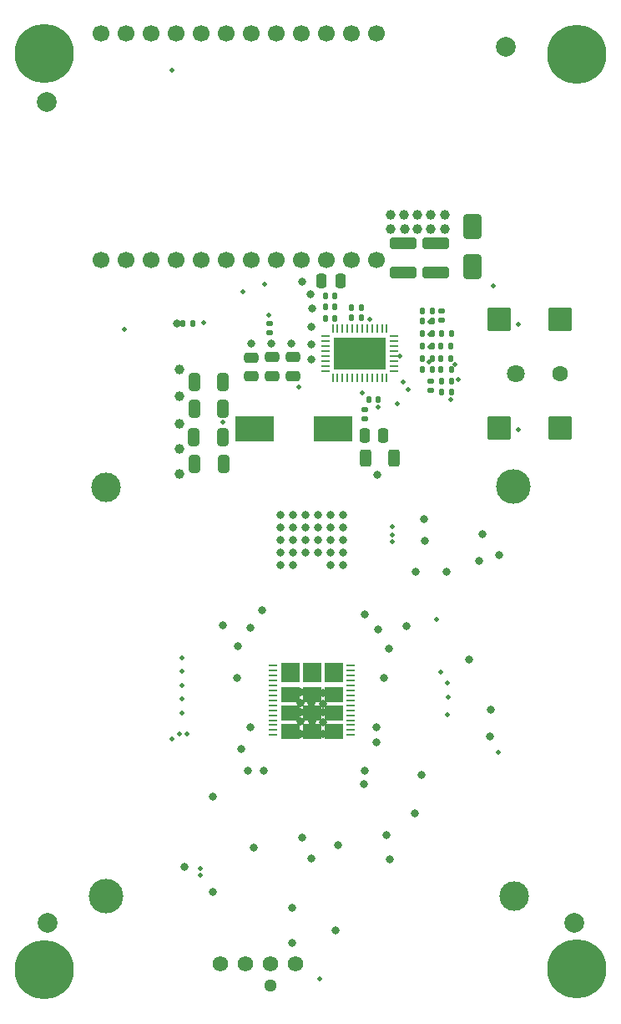
<source format=gbs>
G04 #@! TF.GenerationSoftware,KiCad,Pcbnew,8.0.4*
G04 #@! TF.CreationDate,2024-12-27T03:35:07+01:00*
G04 #@! TF.ProjectId,nerdaxe-gamma,6e657264-6178-4652-9d67-616d6d612e6b,rev?*
G04 #@! TF.SameCoordinates,Original*
G04 #@! TF.FileFunction,Soldermask,Bot*
G04 #@! TF.FilePolarity,Negative*
%FSLAX46Y46*%
G04 Gerber Fmt 4.6, Leading zero omitted, Abs format (unit mm)*
G04 Created by KiCad (PCBNEW 8.0.4) date 2024-12-27 03:35:07*
%MOMM*%
%LPD*%
G01*
G04 APERTURE LIST*
G04 Aperture macros list*
%AMRoundRect*
0 Rectangle with rounded corners*
0 $1 Rounding radius*
0 $2 $3 $4 $5 $6 $7 $8 $9 X,Y pos of 4 corners*
0 Add a 4 corners polygon primitive as box body*
4,1,4,$2,$3,$4,$5,$6,$7,$8,$9,$2,$3,0*
0 Add four circle primitives for the rounded corners*
1,1,$1+$1,$2,$3*
1,1,$1+$1,$4,$5*
1,1,$1+$1,$6,$7*
1,1,$1+$1,$8,$9*
0 Add four rect primitives between the rounded corners*
20,1,$1+$1,$2,$3,$4,$5,0*
20,1,$1+$1,$4,$5,$6,$7,0*
20,1,$1+$1,$6,$7,$8,$9,0*
20,1,$1+$1,$8,$9,$2,$3,0*%
G04 Aperture macros list end*
%ADD10C,0.120000*%
%ADD11C,1.700000*%
%ADD12RoundRect,0.250000X0.325000X0.650000X-0.325000X0.650000X-0.325000X-0.650000X0.325000X-0.650000X0*%
%ADD13RoundRect,0.250000X0.475000X-0.250000X0.475000X0.250000X-0.475000X0.250000X-0.475000X-0.250000X0*%
%ADD14RoundRect,0.140000X0.140000X0.170000X-0.140000X0.170000X-0.140000X-0.170000X0.140000X-0.170000X0*%
%ADD15C,3.000000*%
%ADD16RoundRect,0.250000X-0.312500X-0.625000X0.312500X-0.625000X0.312500X0.625000X-0.312500X0.625000X0*%
%ADD17RoundRect,0.140000X-0.170000X0.140000X-0.170000X-0.140000X0.170000X-0.140000X0.170000X0.140000X0*%
%ADD18RoundRect,0.135000X0.135000X0.185000X-0.135000X0.185000X-0.135000X-0.185000X0.135000X-0.185000X0*%
%ADD19RoundRect,0.135000X-0.135000X-0.185000X0.135000X-0.185000X0.135000X0.185000X-0.135000X0.185000X0*%
%ADD20RoundRect,0.250000X0.650000X-1.000000X0.650000X1.000000X-0.650000X1.000000X-0.650000X-1.000000X0*%
%ADD21RoundRect,0.250000X1.100000X-0.325000X1.100000X0.325000X-1.100000X0.325000X-1.100000X-0.325000X0*%
%ADD22C,0.800000*%
%ADD23C,6.000000*%
%ADD24RoundRect,0.140000X-0.140000X-0.170000X0.140000X-0.170000X0.140000X0.170000X-0.140000X0.170000X0*%
%ADD25C,3.500000*%
%ADD26RoundRect,0.140000X0.170000X-0.140000X0.170000X0.140000X-0.170000X0.140000X-0.170000X-0.140000X0*%
%ADD27R,4.000000X2.600000*%
%ADD28C,0.400000*%
%ADD29R,5.300000X3.300000*%
%ADD30RoundRect,0.062500X0.337500X-0.062500X0.337500X0.062500X-0.337500X0.062500X-0.337500X-0.062500X0*%
%ADD31RoundRect,0.062500X0.062500X-0.337500X0.062500X0.337500X-0.062500X0.337500X-0.062500X-0.337500X0*%
%ADD32RoundRect,0.250000X0.250000X0.475000X-0.250000X0.475000X-0.250000X-0.475000X0.250000X-0.475000X0*%
%ADD33C,1.295400*%
%ADD34C,1.574800*%
%ADD35C,2.000000*%
%ADD36RoundRect,0.055250X0.340750X0.055250X-0.340750X0.055250X-0.340750X-0.055250X0.340750X-0.055250X0*%
%ADD37RoundRect,0.240400X-0.961600X0.961600X-0.961600X-0.961600X0.961600X-0.961600X0.961600X0.961600X0*%
%ADD38C,1.800000*%
%ADD39C,1.600000*%
%ADD40C,0.500000*%
%ADD41C,1.000000*%
G04 APERTURE END LIST*
D10*
X104290562Y-115206000D02*
X102510562Y-115206000D01*
X102510562Y-116646000D01*
X104290562Y-116646000D01*
X104290562Y-115206000D01*
G36*
X104290562Y-115206000D02*
G01*
X102510562Y-115206000D01*
X102510562Y-116646000D01*
X104290562Y-116646000D01*
X104290562Y-115206000D01*
G37*
X104290562Y-118916000D02*
X102510562Y-118916000D01*
X102510562Y-120356000D01*
X104290562Y-120356000D01*
X104290562Y-118916000D01*
G36*
X104290562Y-118916000D02*
G01*
X102510562Y-118916000D01*
X102510562Y-120356000D01*
X104290562Y-120356000D01*
X104290562Y-118916000D01*
G37*
X104300562Y-112726000D02*
X102520562Y-112726000D01*
X102520562Y-114596000D01*
X104300562Y-114596000D01*
X104300562Y-112726000D01*
G36*
X104300562Y-112726000D02*
G01*
X102520562Y-112726000D01*
X102520562Y-114596000D01*
X104300562Y-114596000D01*
X104300562Y-112726000D01*
G37*
X104300562Y-117046000D02*
X102520562Y-117046000D01*
X102520562Y-118486000D01*
X104300562Y-118486000D01*
X104300562Y-117046000D01*
G36*
X104300562Y-117046000D02*
G01*
X102520562Y-117046000D01*
X102520562Y-118486000D01*
X104300562Y-118486000D01*
X104300562Y-117046000D01*
G37*
X106500562Y-115206000D02*
X104720562Y-115206000D01*
X104720562Y-116646000D01*
X106500562Y-116646000D01*
X106500562Y-115206000D01*
G36*
X106500562Y-115206000D02*
G01*
X104720562Y-115206000D01*
X104720562Y-116646000D01*
X106500562Y-116646000D01*
X106500562Y-115206000D01*
G37*
X106500562Y-118916000D02*
X104720562Y-118916000D01*
X104720562Y-120356000D01*
X106500562Y-120356000D01*
X106500562Y-118916000D01*
G36*
X106500562Y-118916000D02*
G01*
X104720562Y-118916000D01*
X104720562Y-120356000D01*
X106500562Y-120356000D01*
X106500562Y-118916000D01*
G37*
X106510562Y-112736000D02*
X104730562Y-112736000D01*
X104730562Y-114606000D01*
X106510562Y-114606000D01*
X106510562Y-112736000D01*
G36*
X106510562Y-112736000D02*
G01*
X104730562Y-112736000D01*
X104730562Y-114606000D01*
X106510562Y-114606000D01*
X106510562Y-112736000D01*
G37*
X106510562Y-117046000D02*
X104730562Y-117046000D01*
X104730562Y-118486000D01*
X106510562Y-118486000D01*
X106510562Y-117046000D01*
G36*
X106510562Y-117046000D02*
G01*
X104730562Y-117046000D01*
X104730562Y-118486000D01*
X106510562Y-118486000D01*
X106510562Y-117046000D01*
G37*
X108710562Y-112746000D02*
X106930562Y-112746000D01*
X106930562Y-114626000D01*
X108710562Y-114626000D01*
X108710562Y-112746000D01*
G36*
X108710562Y-112746000D02*
G01*
X106930562Y-112746000D01*
X106930562Y-114626000D01*
X108710562Y-114626000D01*
X108710562Y-112746000D01*
G37*
X108710562Y-115216000D02*
X106930562Y-115216000D01*
X106930562Y-116656000D01*
X108710562Y-116656000D01*
X108710562Y-115216000D01*
G36*
X108710562Y-115216000D02*
G01*
X106930562Y-115216000D01*
X106930562Y-116656000D01*
X108710562Y-116656000D01*
X108710562Y-115216000D01*
G37*
X108710562Y-118926000D02*
X106930562Y-118926000D01*
X106930562Y-120366000D01*
X108710562Y-120366000D01*
X108710562Y-118926000D01*
G36*
X108710562Y-118926000D02*
G01*
X106930562Y-118926000D01*
X106930562Y-120366000D01*
X108710562Y-120366000D01*
X108710562Y-118926000D01*
G37*
X108720562Y-117056000D02*
X106940562Y-117056000D01*
X106940562Y-118496000D01*
X108720562Y-118496000D01*
X108720562Y-117056000D01*
G36*
X108720562Y-117056000D02*
G01*
X106940562Y-117056000D01*
X106940562Y-118496000D01*
X108720562Y-118496000D01*
X108720562Y-117056000D01*
G37*
D11*
X84250000Y-49022000D03*
X86790000Y-49022000D03*
X89330000Y-49022000D03*
X91870000Y-49022000D03*
X94410000Y-49022000D03*
X96950000Y-49022000D03*
X99490000Y-49022000D03*
X102030000Y-49022000D03*
X104570000Y-49022000D03*
X107110000Y-49022000D03*
X109650000Y-49022000D03*
X112190000Y-49022000D03*
X112190000Y-71942000D03*
X109650000Y-71942000D03*
X107110000Y-71942000D03*
X104570000Y-71942000D03*
X102030000Y-71942000D03*
X99490000Y-71942000D03*
X96950000Y-71942000D03*
X94410000Y-71942000D03*
X91870000Y-71942000D03*
X89330000Y-71942000D03*
X86790000Y-71942000D03*
X84250000Y-71942000D03*
D12*
X93685000Y-84328000D03*
X96635000Y-84328000D03*
D13*
X103710000Y-81787000D03*
X103710000Y-83687000D03*
D14*
X107980000Y-76708000D03*
X107020000Y-76708000D03*
D15*
X84764000Y-94984000D03*
D16*
X113982500Y-92037000D03*
X111057500Y-92037000D03*
D17*
X117718000Y-85189000D03*
X117718000Y-84229000D03*
D13*
X99490000Y-81807000D03*
X99490000Y-83707000D03*
D18*
X119763000Y-83058000D03*
X118743000Y-83058000D03*
D19*
X117866000Y-77089000D03*
X116846000Y-77089000D03*
X109680000Y-76757000D03*
X110700000Y-76757000D03*
D12*
X93648000Y-89916000D03*
X96598000Y-89916000D03*
D20*
X121920000Y-68580000D03*
X121920000Y-72580000D03*
D15*
X126130000Y-136350000D03*
D13*
X101590000Y-81787000D03*
X101590000Y-83687000D03*
D17*
X101320000Y-79347000D03*
X101320000Y-78387000D03*
D18*
X119771000Y-79375000D03*
X118751000Y-79375000D03*
D21*
X114935000Y-70248000D03*
X114935000Y-73198000D03*
D14*
X107020000Y-77827000D03*
X107980000Y-77827000D03*
D22*
X130250000Y-51120990D03*
X130909010Y-49530000D03*
X130909010Y-52711980D03*
X132500000Y-48870990D03*
D23*
X132500000Y-51120990D03*
D22*
X132500000Y-53370990D03*
X134090990Y-49530000D03*
X134090990Y-52711980D03*
X134750000Y-51120990D03*
D19*
X117848000Y-81915000D03*
X116828000Y-81915000D03*
D17*
X110970000Y-88067000D03*
X110970000Y-87107000D03*
D24*
X117828000Y-78105000D03*
X116868000Y-78105000D03*
D18*
X116838000Y-83058000D03*
X117858000Y-83058000D03*
D19*
X116838000Y-79375000D03*
X117858000Y-79375000D03*
D22*
X130250000Y-143728000D03*
X130909010Y-142137010D03*
X130909010Y-145318990D03*
X132500000Y-141478000D03*
D23*
X132500000Y-143728000D03*
D22*
X132500000Y-145978000D03*
X134090990Y-142137010D03*
X134090990Y-145318990D03*
X134750000Y-143728000D03*
D19*
X110690000Y-77817000D03*
X109670000Y-77817000D03*
D12*
X93685000Y-86995000D03*
X96635000Y-86995000D03*
D18*
X118738000Y-80645000D03*
X119758000Y-80645000D03*
D14*
X107960000Y-75565000D03*
X107000000Y-75565000D03*
D22*
X80750000Y-143855000D03*
X80090990Y-145445990D03*
X80090990Y-142264010D03*
X78500000Y-146105000D03*
D23*
X78500000Y-143855000D03*
D22*
X78500000Y-141605000D03*
X76909010Y-145445990D03*
X76909010Y-142264010D03*
X76250000Y-143855000D03*
D19*
X119768000Y-85344000D03*
X118748000Y-85344000D03*
D25*
X84710000Y-136360000D03*
D26*
X118753000Y-78077000D03*
X118753000Y-77117000D03*
D27*
X99825000Y-89082000D03*
X107775000Y-89082000D03*
D12*
X93705000Y-92583000D03*
X96655000Y-92583000D03*
D22*
X76250000Y-51054000D03*
X76909010Y-49463010D03*
X76909010Y-52644990D03*
X78500000Y-48804000D03*
D23*
X78500000Y-51054000D03*
D22*
X78500000Y-53304000D03*
X80090990Y-49463010D03*
X80090990Y-52644990D03*
X80750000Y-51054000D03*
D24*
X112380000Y-86047000D03*
X111420000Y-86047000D03*
D25*
X126060000Y-94910000D03*
D18*
X93590000Y-78337000D03*
X92570000Y-78337000D03*
D28*
X109090000Y-80137000D03*
X110490000Y-80137000D03*
X111890000Y-80137000D03*
X108090000Y-81417000D03*
X109090000Y-81417000D03*
D29*
X110490000Y-81417000D03*
D28*
X110490000Y-81417000D03*
X111890000Y-81417000D03*
X112890000Y-81417000D03*
X109090000Y-82697000D03*
X110490000Y-82697000D03*
X111890000Y-82697000D03*
D30*
X113990000Y-83167000D03*
X113990000Y-82667000D03*
X113990000Y-82167000D03*
X113990000Y-81667000D03*
X113990000Y-81167000D03*
X113990000Y-80667000D03*
X113990000Y-80167000D03*
X113990000Y-79667000D03*
D31*
X113240000Y-78917000D03*
X112740000Y-78917000D03*
X112240000Y-78917000D03*
X111740000Y-78917000D03*
X111240000Y-78917000D03*
X110740000Y-78917000D03*
X110240000Y-78917000D03*
X109740000Y-78917000D03*
X109240000Y-78917000D03*
X108740000Y-78917000D03*
X108240000Y-78917000D03*
X107740000Y-78917000D03*
D30*
X106990000Y-79667000D03*
X106990000Y-80167000D03*
X106990000Y-80667000D03*
X106990000Y-81167000D03*
X106990000Y-81667000D03*
X106990000Y-82167000D03*
X106990000Y-82667000D03*
X106990000Y-83167000D03*
D31*
X107740000Y-83917000D03*
X108240000Y-83917000D03*
X108740000Y-83917000D03*
X109240000Y-83917000D03*
X109740000Y-83917000D03*
X110240000Y-83917000D03*
X110740000Y-83917000D03*
X111240000Y-83917000D03*
X111740000Y-83917000D03*
X112240000Y-83917000D03*
X112740000Y-83917000D03*
X113240000Y-83917000D03*
D21*
X118237000Y-73198000D03*
X118237000Y-70248000D03*
D18*
X118738000Y-81915000D03*
X119758000Y-81915000D03*
D32*
X110980000Y-89687000D03*
X112880000Y-89687000D03*
D18*
X118748000Y-84201000D03*
X119768000Y-84201000D03*
D32*
X108519000Y-74041000D03*
X106619000Y-74041000D03*
D33*
X101462400Y-145400852D03*
D34*
X96382400Y-143240851D03*
X98922400Y-143240851D03*
X101462400Y-143240851D03*
X104002400Y-143240851D03*
D35*
X132260000Y-139060000D03*
D36*
X109526562Y-113032000D03*
X109526562Y-113534000D03*
X109526562Y-114036000D03*
X109526562Y-114538000D03*
X109526562Y-115040000D03*
X109526562Y-115542000D03*
X109526562Y-116044000D03*
X109526562Y-116546000D03*
X109526562Y-117048000D03*
X109526562Y-117550000D03*
X109526562Y-118052000D03*
X109526562Y-118554000D03*
X109526562Y-119056000D03*
X109526562Y-119558000D03*
X109526562Y-120060000D03*
X101694562Y-120060000D03*
X101694562Y-119558000D03*
X101694562Y-119056000D03*
X101694562Y-118554000D03*
X101694562Y-118052000D03*
X101694562Y-117550000D03*
X101694562Y-117048000D03*
X101694562Y-116546000D03*
X101694562Y-116044000D03*
X101694562Y-115542000D03*
X101694562Y-115040000D03*
X101694562Y-114538000D03*
X101694562Y-114036000D03*
X101694562Y-113534000D03*
X101694562Y-113032000D03*
D35*
X78850000Y-139070000D03*
D37*
X124610000Y-88939000D03*
X130810000Y-88939000D03*
X124610000Y-77939000D03*
X130810000Y-77939000D03*
D38*
X126310000Y-83439000D03*
D39*
X130810000Y-83439000D03*
D35*
X125270000Y-50310000D03*
X78750000Y-55900000D03*
D19*
X117848000Y-80645000D03*
X116828000Y-80645000D03*
D40*
X117602000Y-78232000D03*
X117602000Y-79502000D03*
X117602000Y-80772000D03*
X106426000Y-144780000D03*
X91440000Y-52705000D03*
X98679000Y-75184000D03*
X100838000Y-74422000D03*
X86614000Y-78994000D03*
X114935000Y-84328000D03*
X115443000Y-85090000D03*
X96635000Y-88380000D03*
X119761000Y-86106000D03*
X126619000Y-89154000D03*
X126619000Y-78486000D03*
X120523000Y-84074000D03*
X120142000Y-82550000D03*
X124079000Y-74549000D03*
D22*
X105664000Y-76835000D03*
D40*
X117483000Y-82296000D03*
D22*
X105610000Y-116830000D03*
X112180000Y-119260000D03*
X113580000Y-132650000D03*
X98050000Y-114260000D03*
X104490000Y-118700000D03*
D41*
X119126000Y-68802000D03*
D22*
X112180000Y-120800000D03*
X106740000Y-119930000D03*
D41*
X113665000Y-68802000D03*
D22*
X106740000Y-118720000D03*
X104640000Y-130470000D03*
X105540000Y-132550000D03*
D41*
X115005332Y-67405000D03*
D22*
X116770000Y-124080000D03*
X106740000Y-117780000D03*
X104490000Y-117760000D03*
X105630000Y-118700000D03*
D41*
X92202000Y-88519000D03*
D22*
X115260000Y-109040000D03*
X123750000Y-117530000D03*
D41*
X92202000Y-93599000D03*
D22*
X106740000Y-116860000D03*
X105620000Y-82057000D03*
X103604000Y-137538000D03*
X116050000Y-128010000D03*
D41*
X92202000Y-91059000D03*
D22*
X104490000Y-119910000D03*
D41*
X117729000Y-68802000D03*
D22*
X112980000Y-114270000D03*
X105537000Y-75438000D03*
X112280000Y-93737000D03*
X117090000Y-100360000D03*
D41*
X117729000Y-67405000D03*
D22*
X121580000Y-112400000D03*
D41*
X92210000Y-83058000D03*
X113665000Y-67405000D03*
D22*
X122640000Y-102460000D03*
X103604000Y-141088000D03*
X113180000Y-130220000D03*
X119280000Y-103505000D03*
X99370000Y-119240000D03*
D41*
X116372000Y-68805000D03*
X119126000Y-67405000D03*
D22*
X123710000Y-120230000D03*
X96600000Y-108920000D03*
X104490000Y-115746000D03*
X103580000Y-80447000D03*
X105610000Y-80457000D03*
X104648000Y-74168000D03*
X98440000Y-121490000D03*
X92680000Y-133370000D03*
X104490000Y-116840000D03*
X99510000Y-80427000D03*
D41*
X115045332Y-68805000D03*
X92202000Y-85725000D03*
D22*
X106740000Y-115766000D03*
X116990000Y-98200000D03*
D41*
X116332000Y-67405000D03*
D22*
X101500000Y-80427000D03*
X105610000Y-78747000D03*
X107569000Y-99060000D03*
X102489000Y-97790000D03*
X105029000Y-101600000D03*
X102489000Y-100330000D03*
X108839000Y-101600000D03*
X106299000Y-100330000D03*
X106299000Y-99060000D03*
X103759000Y-97790000D03*
X103759000Y-100330000D03*
D40*
X104290000Y-84847000D03*
D22*
X102489000Y-101600000D03*
X103759000Y-102870000D03*
X105029000Y-100330000D03*
X108839000Y-100330000D03*
X102489000Y-99060000D03*
X107569000Y-101600000D03*
X106299000Y-101600000D03*
X107569000Y-102870000D03*
X108839000Y-99060000D03*
X107569000Y-100330000D03*
X105029000Y-97790000D03*
X108839000Y-97790000D03*
X107569000Y-97790000D03*
X103759000Y-101600000D03*
X108839000Y-102870000D03*
X105029000Y-99060000D03*
X102489000Y-102870000D03*
X103759000Y-99060000D03*
X106299000Y-97790000D03*
X108290000Y-131179000D03*
X99710000Y-131420000D03*
X108077000Y-139836400D03*
X91910000Y-78347000D03*
X95550000Y-135970000D03*
X122930000Y-99700000D03*
X95560000Y-126330000D03*
D40*
X94317599Y-134229617D03*
X112380000Y-86807000D03*
X111500000Y-77937000D03*
X101250000Y-77567000D03*
X114300000Y-86487000D03*
X94660000Y-78317000D03*
X94340000Y-133580000D03*
D22*
X100770000Y-123700000D03*
X99180000Y-123710000D03*
D40*
X119430000Y-116250000D03*
X119420000Y-118020000D03*
X124540000Y-121820000D03*
X92180000Y-119960000D03*
X92940000Y-119930000D03*
X114515000Y-81667000D03*
X110740000Y-85377000D03*
D22*
X113470000Y-111290000D03*
X110950000Y-124990000D03*
X124600000Y-101830000D03*
X116205000Y-103505000D03*
X110970000Y-123700000D03*
X112390000Y-109350000D03*
X111030000Y-107870000D03*
X100553800Y-107457400D03*
X99360000Y-109210000D03*
X98140000Y-111060000D03*
D40*
X119420000Y-114790000D03*
X113800000Y-98950000D03*
X113770000Y-99770000D03*
X113830000Y-100500000D03*
X118320000Y-108370000D03*
X118740000Y-113660000D03*
X92480000Y-112210000D03*
X92480000Y-113611428D03*
X92480000Y-115012856D03*
X92480000Y-116414284D03*
X92480000Y-117815712D03*
X91400000Y-120430000D03*
M02*

</source>
